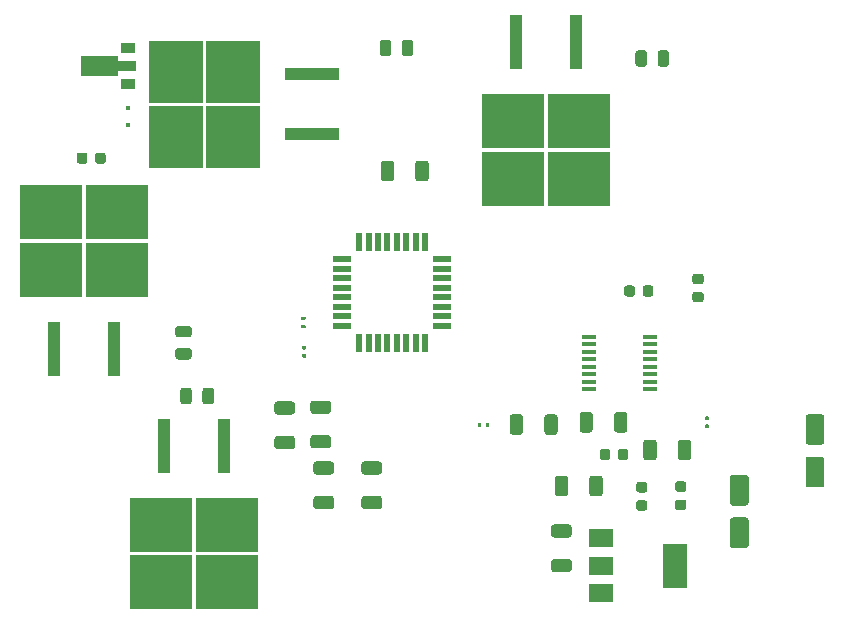
<source format=gbr>
%TF.GenerationSoftware,KiCad,Pcbnew,(5.1.8)-1*%
%TF.CreationDate,2021-09-25T16:30:51+01:00*%
%TF.ProjectId,dashboard mech press,64617368-626f-4617-9264-206d65636820,rev?*%
%TF.SameCoordinates,Original*%
%TF.FileFunction,Paste,Top*%
%TF.FilePolarity,Positive*%
%FSLAX46Y46*%
G04 Gerber Fmt 4.6, Leading zero omitted, Abs format (unit mm)*
G04 Created by KiCad (PCBNEW (5.1.8)-1) date 2021-09-25 16:30:51*
%MOMM*%
%LPD*%
G01*
G04 APERTURE LIST*
%ADD10R,2.000000X1.500000*%
%ADD11R,2.000000X3.800000*%
%ADD12R,1.200000X0.400000*%
%ADD13R,0.550000X1.600000*%
%ADD14R,1.600000X0.550000*%
%ADD15C,0.100000*%
%ADD16R,1.300000X0.900000*%
%ADD17R,5.250000X4.550000*%
%ADD18R,1.100000X4.600000*%
%ADD19R,4.550000X5.250000*%
%ADD20R,4.600000X1.100000*%
%ADD21R,0.350000X0.350000*%
G04 APERTURE END LIST*
D10*
%TO.C,U7*%
X162292500Y-120255000D03*
X162292500Y-124855000D03*
X162292500Y-122555000D03*
D11*
X168592500Y-122555000D03*
%TD*%
D12*
%TO.C,U6*%
X161230000Y-107632500D03*
X161230000Y-106997500D03*
X161230000Y-106362500D03*
X161230000Y-105727500D03*
X161230000Y-105092500D03*
X161230000Y-104457500D03*
X161230000Y-103822500D03*
X161230000Y-103187500D03*
X166430000Y-103187500D03*
X166430000Y-103822500D03*
X166430000Y-104457500D03*
X166430000Y-105092500D03*
X166430000Y-105727500D03*
X166430000Y-106362500D03*
X166430000Y-106997500D03*
X166430000Y-107632500D03*
%TD*%
D13*
%TO.C,U1*%
X141808500Y-95195500D03*
X142608500Y-95195500D03*
X143408500Y-95195500D03*
X144208500Y-95195500D03*
X145008500Y-95195500D03*
X145808500Y-95195500D03*
X146608500Y-95195500D03*
X147408500Y-95195500D03*
D14*
X148858500Y-96645500D03*
X148858500Y-97445500D03*
X148858500Y-98245500D03*
X148858500Y-99045500D03*
X148858500Y-99845500D03*
X148858500Y-100645500D03*
X148858500Y-101445500D03*
X148858500Y-102245500D03*
D13*
X147408500Y-103695500D03*
X146608500Y-103695500D03*
X145808500Y-103695500D03*
X145008500Y-103695500D03*
X144208500Y-103695500D03*
X143408500Y-103695500D03*
X142608500Y-103695500D03*
X141808500Y-103695500D03*
D14*
X140358500Y-102245500D03*
X140358500Y-101445500D03*
X140358500Y-100645500D03*
X140358500Y-99845500D03*
X140358500Y-99045500D03*
X140358500Y-98245500D03*
X140358500Y-97445500D03*
X140358500Y-96645500D03*
%TD*%
%TO.C,R11*%
G36*
G01*
X159565501Y-120194500D02*
X158315499Y-120194500D01*
G75*
G02*
X158065500Y-119944501I0J249999D01*
G01*
X158065500Y-119319499D01*
G75*
G02*
X158315499Y-119069500I249999J0D01*
G01*
X159565501Y-119069500D01*
G75*
G02*
X159815500Y-119319499I0J-249999D01*
G01*
X159815500Y-119944501D01*
G75*
G02*
X159565501Y-120194500I-249999J0D01*
G01*
G37*
G36*
G01*
X159565501Y-123119500D02*
X158315499Y-123119500D01*
G75*
G02*
X158065500Y-122869501I0J249999D01*
G01*
X158065500Y-122244499D01*
G75*
G02*
X158315499Y-121994500I249999J0D01*
G01*
X159565501Y-121994500D01*
G75*
G02*
X159815500Y-122244499I0J-249999D01*
G01*
X159815500Y-122869501D01*
G75*
G02*
X159565501Y-123119500I-249999J0D01*
G01*
G37*
%TD*%
%TO.C,R10*%
G36*
G01*
X161301000Y-116449001D02*
X161301000Y-115198999D01*
G75*
G02*
X161550999Y-114949000I249999J0D01*
G01*
X162176001Y-114949000D01*
G75*
G02*
X162426000Y-115198999I0J-249999D01*
G01*
X162426000Y-116449001D01*
G75*
G02*
X162176001Y-116699000I-249999J0D01*
G01*
X161550999Y-116699000D01*
G75*
G02*
X161301000Y-116449001I0J249999D01*
G01*
G37*
G36*
G01*
X158376000Y-116449001D02*
X158376000Y-115198999D01*
G75*
G02*
X158625999Y-114949000I249999J0D01*
G01*
X159251001Y-114949000D01*
G75*
G02*
X159501000Y-115198999I0J-249999D01*
G01*
X159501000Y-116449001D01*
G75*
G02*
X159251001Y-116699000I-249999J0D01*
G01*
X158625999Y-116699000D01*
G75*
G02*
X158376000Y-116449001I0J249999D01*
G01*
G37*
%TD*%
%TO.C,R9*%
G36*
G01*
X161596500Y-109801499D02*
X161596500Y-111051501D01*
G75*
G02*
X161346501Y-111301500I-249999J0D01*
G01*
X160721499Y-111301500D01*
G75*
G02*
X160471500Y-111051501I0J249999D01*
G01*
X160471500Y-109801499D01*
G75*
G02*
X160721499Y-109551500I249999J0D01*
G01*
X161346501Y-109551500D01*
G75*
G02*
X161596500Y-109801499I0J-249999D01*
G01*
G37*
G36*
G01*
X164521500Y-109801499D02*
X164521500Y-111051501D01*
G75*
G02*
X164271501Y-111301500I-249999J0D01*
G01*
X163646499Y-111301500D01*
G75*
G02*
X163396500Y-111051501I0J249999D01*
G01*
X163396500Y-109801499D01*
G75*
G02*
X163646499Y-109551500I249999J0D01*
G01*
X164271501Y-109551500D01*
G75*
G02*
X164521500Y-109801499I0J-249999D01*
G01*
G37*
%TD*%
%TO.C,R7*%
G36*
G01*
X166992000Y-112150999D02*
X166992000Y-113401001D01*
G75*
G02*
X166742001Y-113651000I-249999J0D01*
G01*
X166116999Y-113651000D01*
G75*
G02*
X165867000Y-113401001I0J249999D01*
G01*
X165867000Y-112150999D01*
G75*
G02*
X166116999Y-111901000I249999J0D01*
G01*
X166742001Y-111901000D01*
G75*
G02*
X166992000Y-112150999I0J-249999D01*
G01*
G37*
G36*
G01*
X169917000Y-112150999D02*
X169917000Y-113401001D01*
G75*
G02*
X169667001Y-113651000I-249999J0D01*
G01*
X169041999Y-113651000D01*
G75*
G02*
X168792000Y-113401001I0J249999D01*
G01*
X168792000Y-112150999D01*
G75*
G02*
X169041999Y-111901000I249999J0D01*
G01*
X169667001Y-111901000D01*
G75*
G02*
X169917000Y-112150999I0J-249999D01*
G01*
G37*
%TD*%
%TO.C,R6*%
G36*
G01*
X157491000Y-111242001D02*
X157491000Y-109991999D01*
G75*
G02*
X157740999Y-109742000I249999J0D01*
G01*
X158366001Y-109742000D01*
G75*
G02*
X158616000Y-109991999I0J-249999D01*
G01*
X158616000Y-111242001D01*
G75*
G02*
X158366001Y-111492000I-249999J0D01*
G01*
X157740999Y-111492000D01*
G75*
G02*
X157491000Y-111242001I0J249999D01*
G01*
G37*
G36*
G01*
X154566000Y-111242001D02*
X154566000Y-109991999D01*
G75*
G02*
X154815999Y-109742000I249999J0D01*
G01*
X155441001Y-109742000D01*
G75*
G02*
X155691000Y-109991999I0J-249999D01*
G01*
X155691000Y-111242001D01*
G75*
G02*
X155441001Y-111492000I-249999J0D01*
G01*
X154815999Y-111492000D01*
G75*
G02*
X154566000Y-111242001I0J249999D01*
G01*
G37*
%TD*%
%TO.C,R5*%
G36*
G01*
X143500001Y-114860500D02*
X142249999Y-114860500D01*
G75*
G02*
X142000000Y-114610501I0J249999D01*
G01*
X142000000Y-113985499D01*
G75*
G02*
X142249999Y-113735500I249999J0D01*
G01*
X143500001Y-113735500D01*
G75*
G02*
X143750000Y-113985499I0J-249999D01*
G01*
X143750000Y-114610501D01*
G75*
G02*
X143500001Y-114860500I-249999J0D01*
G01*
G37*
G36*
G01*
X143500001Y-117785500D02*
X142249999Y-117785500D01*
G75*
G02*
X142000000Y-117535501I0J249999D01*
G01*
X142000000Y-116910499D01*
G75*
G02*
X142249999Y-116660500I249999J0D01*
G01*
X143500001Y-116660500D01*
G75*
G02*
X143750000Y-116910499I0J-249999D01*
G01*
X143750000Y-117535501D01*
G75*
G02*
X143500001Y-117785500I-249999J0D01*
G01*
G37*
%TD*%
%TO.C,R4*%
G36*
G01*
X139182001Y-109717000D02*
X137931999Y-109717000D01*
G75*
G02*
X137682000Y-109467001I0J249999D01*
G01*
X137682000Y-108841999D01*
G75*
G02*
X137931999Y-108592000I249999J0D01*
G01*
X139182001Y-108592000D01*
G75*
G02*
X139432000Y-108841999I0J-249999D01*
G01*
X139432000Y-109467001D01*
G75*
G02*
X139182001Y-109717000I-249999J0D01*
G01*
G37*
G36*
G01*
X139182001Y-112642000D02*
X137931999Y-112642000D01*
G75*
G02*
X137682000Y-112392001I0J249999D01*
G01*
X137682000Y-111766999D01*
G75*
G02*
X137931999Y-111517000I249999J0D01*
G01*
X139182001Y-111517000D01*
G75*
G02*
X139432000Y-111766999I0J-249999D01*
G01*
X139432000Y-112392001D01*
G75*
G02*
X139182001Y-112642000I-249999J0D01*
G01*
G37*
%TD*%
%TO.C,R3*%
G36*
G01*
X146569000Y-89779001D02*
X146569000Y-88528999D01*
G75*
G02*
X146818999Y-88279000I249999J0D01*
G01*
X147444001Y-88279000D01*
G75*
G02*
X147694000Y-88528999I0J-249999D01*
G01*
X147694000Y-89779001D01*
G75*
G02*
X147444001Y-90029000I-249999J0D01*
G01*
X146818999Y-90029000D01*
G75*
G02*
X146569000Y-89779001I0J249999D01*
G01*
G37*
G36*
G01*
X143644000Y-89779001D02*
X143644000Y-88528999D01*
G75*
G02*
X143893999Y-88279000I249999J0D01*
G01*
X144519001Y-88279000D01*
G75*
G02*
X144769000Y-88528999I0J-249999D01*
G01*
X144769000Y-89779001D01*
G75*
G02*
X144519001Y-90029000I-249999J0D01*
G01*
X143893999Y-90029000D01*
G75*
G02*
X143644000Y-89779001I0J249999D01*
G01*
G37*
%TD*%
%TO.C,R2*%
G36*
G01*
X136134001Y-109780500D02*
X134883999Y-109780500D01*
G75*
G02*
X134634000Y-109530501I0J249999D01*
G01*
X134634000Y-108905499D01*
G75*
G02*
X134883999Y-108655500I249999J0D01*
G01*
X136134001Y-108655500D01*
G75*
G02*
X136384000Y-108905499I0J-249999D01*
G01*
X136384000Y-109530501D01*
G75*
G02*
X136134001Y-109780500I-249999J0D01*
G01*
G37*
G36*
G01*
X136134001Y-112705500D02*
X134883999Y-112705500D01*
G75*
G02*
X134634000Y-112455501I0J249999D01*
G01*
X134634000Y-111830499D01*
G75*
G02*
X134883999Y-111580500I249999J0D01*
G01*
X136134001Y-111580500D01*
G75*
G02*
X136384000Y-111830499I0J-249999D01*
G01*
X136384000Y-112455501D01*
G75*
G02*
X136134001Y-112705500I-249999J0D01*
G01*
G37*
%TD*%
%TO.C,R1*%
G36*
G01*
X139436001Y-114860500D02*
X138185999Y-114860500D01*
G75*
G02*
X137936000Y-114610501I0J249999D01*
G01*
X137936000Y-113985499D01*
G75*
G02*
X138185999Y-113735500I249999J0D01*
G01*
X139436001Y-113735500D01*
G75*
G02*
X139686000Y-113985499I0J-249999D01*
G01*
X139686000Y-114610501D01*
G75*
G02*
X139436001Y-114860500I-249999J0D01*
G01*
G37*
G36*
G01*
X139436001Y-117785500D02*
X138185999Y-117785500D01*
G75*
G02*
X137936000Y-117535501I0J249999D01*
G01*
X137936000Y-116910499D01*
G75*
G02*
X138185999Y-116660500I249999J0D01*
G01*
X139436001Y-116660500D01*
G75*
G02*
X139686000Y-116910499I0J-249999D01*
G01*
X139686000Y-117535501D01*
G75*
G02*
X139436001Y-117785500I-249999J0D01*
G01*
G37*
%TD*%
D15*
%TO.C,Q5*%
G36*
X118286500Y-79397500D02*
G01*
X121411500Y-79397500D01*
X121411500Y-79814000D01*
X122886500Y-79814000D01*
X122886500Y-80714000D01*
X121411500Y-80714000D01*
X121411500Y-81130500D01*
X118286500Y-81130500D01*
X118286500Y-79397500D01*
G37*
D16*
X122236500Y-78764000D03*
X122236500Y-81764000D03*
%TD*%
D17*
%TO.C,Q4*%
X125050500Y-119123500D03*
X130600500Y-123973500D03*
X130600500Y-119123500D03*
X125050500Y-123973500D03*
D18*
X125285500Y-112398500D03*
X130365500Y-112398500D03*
%TD*%
D17*
%TO.C,Q3*%
X121285000Y-97496500D03*
X115735000Y-92646500D03*
X115735000Y-97496500D03*
X121285000Y-92646500D03*
D18*
X121050000Y-104221500D03*
X115970000Y-104221500D03*
%TD*%
D17*
%TO.C,Q2*%
X154851000Y-84939000D03*
X160401000Y-89789000D03*
X160401000Y-84939000D03*
X154851000Y-89789000D03*
D18*
X155086000Y-78214000D03*
X160166000Y-78214000D03*
%TD*%
D19*
%TO.C,Q1*%
X131127500Y-80746500D03*
X126277500Y-86296500D03*
X131127500Y-86296500D03*
X126277500Y-80746500D03*
D20*
X137852500Y-80981500D03*
X137852500Y-86061500D03*
%TD*%
D21*
%TO.C,D7*%
X122237500Y-83793500D03*
X122237500Y-85243500D03*
%TD*%
%TO.C,D6*%
G36*
G01*
X128544500Y-108660250D02*
X128544500Y-107747750D01*
G75*
G02*
X128788250Y-107504000I243750J0D01*
G01*
X129275750Y-107504000D01*
G75*
G02*
X129519500Y-107747750I0J-243750D01*
G01*
X129519500Y-108660250D01*
G75*
G02*
X129275750Y-108904000I-243750J0D01*
G01*
X128788250Y-108904000D01*
G75*
G02*
X128544500Y-108660250I0J243750D01*
G01*
G37*
G36*
G01*
X126669500Y-108660250D02*
X126669500Y-107747750D01*
G75*
G02*
X126913250Y-107504000I243750J0D01*
G01*
X127400750Y-107504000D01*
G75*
G02*
X127644500Y-107747750I0J-243750D01*
G01*
X127644500Y-108660250D01*
G75*
G02*
X127400750Y-108904000I-243750J0D01*
G01*
X126913250Y-108904000D01*
G75*
G02*
X126669500Y-108660250I0J243750D01*
G01*
G37*
%TD*%
%TO.C,D5*%
G36*
G01*
X126480250Y-104145500D02*
X127392750Y-104145500D01*
G75*
G02*
X127636500Y-104389250I0J-243750D01*
G01*
X127636500Y-104876750D01*
G75*
G02*
X127392750Y-105120500I-243750J0D01*
G01*
X126480250Y-105120500D01*
G75*
G02*
X126236500Y-104876750I0J243750D01*
G01*
X126236500Y-104389250D01*
G75*
G02*
X126480250Y-104145500I243750J0D01*
G01*
G37*
G36*
G01*
X126480250Y-102270500D02*
X127392750Y-102270500D01*
G75*
G02*
X127636500Y-102514250I0J-243750D01*
G01*
X127636500Y-103001750D01*
G75*
G02*
X127392750Y-103245500I-243750J0D01*
G01*
X126480250Y-103245500D01*
G75*
G02*
X126236500Y-103001750I0J243750D01*
G01*
X126236500Y-102514250D01*
G75*
G02*
X126480250Y-102270500I243750J0D01*
G01*
G37*
%TD*%
%TO.C,D4*%
G36*
G01*
X171159000Y-110612500D02*
X171360000Y-110612500D01*
G75*
G02*
X171439500Y-110692000I0J-79500D01*
G01*
X171439500Y-110851000D01*
G75*
G02*
X171360000Y-110930500I-79500J0D01*
G01*
X171159000Y-110930500D01*
G75*
G02*
X171079500Y-110851000I0J79500D01*
G01*
X171079500Y-110692000D01*
G75*
G02*
X171159000Y-110612500I79500J0D01*
G01*
G37*
G36*
G01*
X171159000Y-109922500D02*
X171360000Y-109922500D01*
G75*
G02*
X171439500Y-110002000I0J-79500D01*
G01*
X171439500Y-110161000D01*
G75*
G02*
X171360000Y-110240500I-79500J0D01*
G01*
X171159000Y-110240500D01*
G75*
G02*
X171079500Y-110161000I0J79500D01*
G01*
X171079500Y-110002000D01*
G75*
G02*
X171159000Y-109922500I79500J0D01*
G01*
G37*
%TD*%
%TO.C,D3*%
G36*
G01*
X152522500Y-110781000D02*
X152522500Y-110580000D01*
G75*
G02*
X152602000Y-110500500I79500J0D01*
G01*
X152761000Y-110500500D01*
G75*
G02*
X152840500Y-110580000I0J-79500D01*
G01*
X152840500Y-110781000D01*
G75*
G02*
X152761000Y-110860500I-79500J0D01*
G01*
X152602000Y-110860500D01*
G75*
G02*
X152522500Y-110781000I0J79500D01*
G01*
G37*
G36*
G01*
X151832500Y-110781000D02*
X151832500Y-110580000D01*
G75*
G02*
X151912000Y-110500500I79500J0D01*
G01*
X152071000Y-110500500D01*
G75*
G02*
X152150500Y-110580000I0J-79500D01*
G01*
X152150500Y-110781000D01*
G75*
G02*
X152071000Y-110860500I-79500J0D01*
G01*
X151912000Y-110860500D01*
G75*
G02*
X151832500Y-110781000I0J79500D01*
G01*
G37*
%TD*%
%TO.C,D2*%
G36*
G01*
X144520500Y-78283750D02*
X144520500Y-79196250D01*
G75*
G02*
X144276750Y-79440000I-243750J0D01*
G01*
X143789250Y-79440000D01*
G75*
G02*
X143545500Y-79196250I0J243750D01*
G01*
X143545500Y-78283750D01*
G75*
G02*
X143789250Y-78040000I243750J0D01*
G01*
X144276750Y-78040000D01*
G75*
G02*
X144520500Y-78283750I0J-243750D01*
G01*
G37*
G36*
G01*
X146395500Y-78283750D02*
X146395500Y-79196250D01*
G75*
G02*
X146151750Y-79440000I-243750J0D01*
G01*
X145664250Y-79440000D01*
G75*
G02*
X145420500Y-79196250I0J243750D01*
G01*
X145420500Y-78283750D01*
G75*
G02*
X145664250Y-78040000I243750J0D01*
G01*
X146151750Y-78040000D01*
G75*
G02*
X146395500Y-78283750I0J-243750D01*
G01*
G37*
%TD*%
%TO.C,D1*%
G36*
G01*
X167074000Y-80085250D02*
X167074000Y-79172750D01*
G75*
G02*
X167317750Y-78929000I243750J0D01*
G01*
X167805250Y-78929000D01*
G75*
G02*
X168049000Y-79172750I0J-243750D01*
G01*
X168049000Y-80085250D01*
G75*
G02*
X167805250Y-80329000I-243750J0D01*
G01*
X167317750Y-80329000D01*
G75*
G02*
X167074000Y-80085250I0J243750D01*
G01*
G37*
G36*
G01*
X165199000Y-80085250D02*
X165199000Y-79172750D01*
G75*
G02*
X165442750Y-78929000I243750J0D01*
G01*
X165930250Y-78929000D01*
G75*
G02*
X166174000Y-79172750I0J-243750D01*
G01*
X166174000Y-80085250D01*
G75*
G02*
X165930250Y-80329000I-243750J0D01*
G01*
X165442750Y-80329000D01*
G75*
G02*
X165199000Y-80085250I0J243750D01*
G01*
G37*
%TD*%
%TO.C,C10*%
G36*
G01*
X180953500Y-112339500D02*
X179853500Y-112339500D01*
G75*
G02*
X179603500Y-112089500I0J250000D01*
G01*
X179603500Y-109989500D01*
G75*
G02*
X179853500Y-109739500I250000J0D01*
G01*
X180953500Y-109739500D01*
G75*
G02*
X181203500Y-109989500I0J-250000D01*
G01*
X181203500Y-112089500D01*
G75*
G02*
X180953500Y-112339500I-250000J0D01*
G01*
G37*
G36*
G01*
X180953500Y-115939500D02*
X179853500Y-115939500D01*
G75*
G02*
X179603500Y-115689500I0J250000D01*
G01*
X179603500Y-113589500D01*
G75*
G02*
X179853500Y-113339500I250000J0D01*
G01*
X180953500Y-113339500D01*
G75*
G02*
X181203500Y-113589500I0J-250000D01*
G01*
X181203500Y-115689500D01*
G75*
G02*
X180953500Y-115939500I-250000J0D01*
G01*
G37*
%TD*%
%TO.C,C9*%
G36*
G01*
X118801000Y-87824500D02*
X118801000Y-88324500D01*
G75*
G02*
X118576000Y-88549500I-225000J0D01*
G01*
X118126000Y-88549500D01*
G75*
G02*
X117901000Y-88324500I0J225000D01*
G01*
X117901000Y-87824500D01*
G75*
G02*
X118126000Y-87599500I225000J0D01*
G01*
X118576000Y-87599500D01*
G75*
G02*
X118801000Y-87824500I0J-225000D01*
G01*
G37*
G36*
G01*
X120351000Y-87824500D02*
X120351000Y-88324500D01*
G75*
G02*
X120126000Y-88549500I-225000J0D01*
G01*
X119676000Y-88549500D01*
G75*
G02*
X119451000Y-88324500I0J225000D01*
G01*
X119451000Y-87824500D01*
G75*
G02*
X119676000Y-87599500I225000J0D01*
G01*
X120126000Y-87599500D01*
G75*
G02*
X120351000Y-87824500I0J-225000D01*
G01*
G37*
%TD*%
%TO.C,C8*%
G36*
G01*
X163060500Y-112907000D02*
X163060500Y-113407000D01*
G75*
G02*
X162835500Y-113632000I-225000J0D01*
G01*
X162385500Y-113632000D01*
G75*
G02*
X162160500Y-113407000I0J225000D01*
G01*
X162160500Y-112907000D01*
G75*
G02*
X162385500Y-112682000I225000J0D01*
G01*
X162835500Y-112682000D01*
G75*
G02*
X163060500Y-112907000I0J-225000D01*
G01*
G37*
G36*
G01*
X164610500Y-112907000D02*
X164610500Y-113407000D01*
G75*
G02*
X164385500Y-113632000I-225000J0D01*
G01*
X163935500Y-113632000D01*
G75*
G02*
X163710500Y-113407000I0J225000D01*
G01*
X163710500Y-112907000D01*
G75*
G02*
X163935500Y-112682000I225000J0D01*
G01*
X164385500Y-112682000D01*
G75*
G02*
X164610500Y-112907000I0J-225000D01*
G01*
G37*
%TD*%
%TO.C,C7*%
G36*
G01*
X173440000Y-118483000D02*
X174540000Y-118483000D01*
G75*
G02*
X174790000Y-118733000I0J-250000D01*
G01*
X174790000Y-120833000D01*
G75*
G02*
X174540000Y-121083000I-250000J0D01*
G01*
X173440000Y-121083000D01*
G75*
G02*
X173190000Y-120833000I0J250000D01*
G01*
X173190000Y-118733000D01*
G75*
G02*
X173440000Y-118483000I250000J0D01*
G01*
G37*
G36*
G01*
X173440000Y-114883000D02*
X174540000Y-114883000D01*
G75*
G02*
X174790000Y-115133000I0J-250000D01*
G01*
X174790000Y-117233000D01*
G75*
G02*
X174540000Y-117483000I-250000J0D01*
G01*
X173440000Y-117483000D01*
G75*
G02*
X173190000Y-117233000I0J250000D01*
G01*
X173190000Y-115133000D01*
G75*
G02*
X173440000Y-114883000I250000J0D01*
G01*
G37*
%TD*%
%TO.C,C6*%
G36*
G01*
X168787000Y-116974500D02*
X169287000Y-116974500D01*
G75*
G02*
X169512000Y-117199500I0J-225000D01*
G01*
X169512000Y-117649500D01*
G75*
G02*
X169287000Y-117874500I-225000J0D01*
G01*
X168787000Y-117874500D01*
G75*
G02*
X168562000Y-117649500I0J225000D01*
G01*
X168562000Y-117199500D01*
G75*
G02*
X168787000Y-116974500I225000J0D01*
G01*
G37*
G36*
G01*
X168787000Y-115424500D02*
X169287000Y-115424500D01*
G75*
G02*
X169512000Y-115649500I0J-225000D01*
G01*
X169512000Y-116099500D01*
G75*
G02*
X169287000Y-116324500I-225000J0D01*
G01*
X168787000Y-116324500D01*
G75*
G02*
X168562000Y-116099500I0J225000D01*
G01*
X168562000Y-115649500D01*
G75*
G02*
X168787000Y-115424500I225000J0D01*
G01*
G37*
%TD*%
%TO.C,C5*%
G36*
G01*
X165156000Y-99064000D02*
X165156000Y-99564000D01*
G75*
G02*
X164931000Y-99789000I-225000J0D01*
G01*
X164481000Y-99789000D01*
G75*
G02*
X164256000Y-99564000I0J225000D01*
G01*
X164256000Y-99064000D01*
G75*
G02*
X164481000Y-98839000I225000J0D01*
G01*
X164931000Y-98839000D01*
G75*
G02*
X165156000Y-99064000I0J-225000D01*
G01*
G37*
G36*
G01*
X166706000Y-99064000D02*
X166706000Y-99564000D01*
G75*
G02*
X166481000Y-99789000I-225000J0D01*
G01*
X166031000Y-99789000D01*
G75*
G02*
X165806000Y-99564000I0J225000D01*
G01*
X165806000Y-99064000D01*
G75*
G02*
X166031000Y-98839000I225000J0D01*
G01*
X166481000Y-98839000D01*
G75*
G02*
X166706000Y-99064000I0J-225000D01*
G01*
G37*
%TD*%
%TO.C,C4*%
G36*
G01*
X170747500Y-98735000D02*
X170247500Y-98735000D01*
G75*
G02*
X170022500Y-98510000I0J225000D01*
G01*
X170022500Y-98060000D01*
G75*
G02*
X170247500Y-97835000I225000J0D01*
G01*
X170747500Y-97835000D01*
G75*
G02*
X170972500Y-98060000I0J-225000D01*
G01*
X170972500Y-98510000D01*
G75*
G02*
X170747500Y-98735000I-225000J0D01*
G01*
G37*
G36*
G01*
X170747500Y-100285000D02*
X170247500Y-100285000D01*
G75*
G02*
X170022500Y-100060000I0J225000D01*
G01*
X170022500Y-99610000D01*
G75*
G02*
X170247500Y-99385000I225000J0D01*
G01*
X170747500Y-99385000D01*
G75*
G02*
X170972500Y-99610000I0J-225000D01*
G01*
X170972500Y-100060000D01*
G75*
G02*
X170747500Y-100285000I-225000J0D01*
G01*
G37*
%TD*%
%TO.C,C3*%
G36*
G01*
X137260500Y-104271500D02*
X137059500Y-104271500D01*
G75*
G02*
X136980000Y-104192000I0J79500D01*
G01*
X136980000Y-104033000D01*
G75*
G02*
X137059500Y-103953500I79500J0D01*
G01*
X137260500Y-103953500D01*
G75*
G02*
X137340000Y-104033000I0J-79500D01*
G01*
X137340000Y-104192000D01*
G75*
G02*
X137260500Y-104271500I-79500J0D01*
G01*
G37*
G36*
G01*
X137260500Y-104961500D02*
X137059500Y-104961500D01*
G75*
G02*
X136980000Y-104882000I0J79500D01*
G01*
X136980000Y-104723000D01*
G75*
G02*
X137059500Y-104643500I79500J0D01*
G01*
X137260500Y-104643500D01*
G75*
G02*
X137340000Y-104723000I0J-79500D01*
G01*
X137340000Y-104882000D01*
G75*
G02*
X137260500Y-104961500I-79500J0D01*
G01*
G37*
%TD*%
%TO.C,C2*%
G36*
G01*
X136996000Y-102167000D02*
X137197000Y-102167000D01*
G75*
G02*
X137276500Y-102246500I0J-79500D01*
G01*
X137276500Y-102405500D01*
G75*
G02*
X137197000Y-102485000I-79500J0D01*
G01*
X136996000Y-102485000D01*
G75*
G02*
X136916500Y-102405500I0J79500D01*
G01*
X136916500Y-102246500D01*
G75*
G02*
X136996000Y-102167000I79500J0D01*
G01*
G37*
G36*
G01*
X136996000Y-101477000D02*
X137197000Y-101477000D01*
G75*
G02*
X137276500Y-101556500I0J-79500D01*
G01*
X137276500Y-101715500D01*
G75*
G02*
X137197000Y-101795000I-79500J0D01*
G01*
X136996000Y-101795000D01*
G75*
G02*
X136916500Y-101715500I0J79500D01*
G01*
X136916500Y-101556500D01*
G75*
G02*
X136996000Y-101477000I79500J0D01*
G01*
G37*
%TD*%
%TO.C,C1*%
G36*
G01*
X165985000Y-116375000D02*
X165485000Y-116375000D01*
G75*
G02*
X165260000Y-116150000I0J225000D01*
G01*
X165260000Y-115700000D01*
G75*
G02*
X165485000Y-115475000I225000J0D01*
G01*
X165985000Y-115475000D01*
G75*
G02*
X166210000Y-115700000I0J-225000D01*
G01*
X166210000Y-116150000D01*
G75*
G02*
X165985000Y-116375000I-225000J0D01*
G01*
G37*
G36*
G01*
X165985000Y-117925000D02*
X165485000Y-117925000D01*
G75*
G02*
X165260000Y-117700000I0J225000D01*
G01*
X165260000Y-117250000D01*
G75*
G02*
X165485000Y-117025000I225000J0D01*
G01*
X165985000Y-117025000D01*
G75*
G02*
X166210000Y-117250000I0J-225000D01*
G01*
X166210000Y-117700000D01*
G75*
G02*
X165985000Y-117925000I-225000J0D01*
G01*
G37*
%TD*%
M02*

</source>
